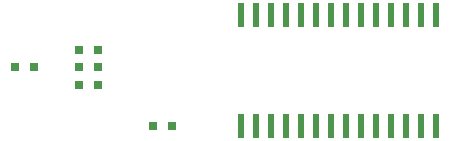
<source format=gbp>
G04 #@! TF.GenerationSoftware,KiCad,Pcbnew,(5.0.2)-1*
G04 #@! TF.CreationDate,2020-09-09T21:47:35+09:00*
G04 #@! TF.ProjectId,Tile,54696c65-2e6b-4696-9361-645f70636258,rev?*
G04 #@! TF.SameCoordinates,Original*
G04 #@! TF.FileFunction,Paste,Bot*
G04 #@! TF.FilePolarity,Positive*
%FSLAX46Y46*%
G04 Gerber Fmt 4.6, Leading zero omitted, Abs format (unit mm)*
G04 Created by KiCad (PCBNEW (5.0.2)-1) date 2020/09/09 21:47:35*
%MOMM*%
%LPD*%
G01*
G04 APERTURE LIST*
%ADD10R,0.600000X2.000000*%
%ADD11R,0.800000X0.800000*%
G04 APERTURE END LIST*
D10*
G04 #@! TO.C,U1*
X128745000Y-77300000D03*
X130015000Y-77300000D03*
X131285000Y-77300000D03*
X132555000Y-77300000D03*
X133825000Y-77300000D03*
X135095000Y-77300000D03*
X136365000Y-77300000D03*
X137635000Y-77300000D03*
X138905000Y-77300000D03*
X140175000Y-77300000D03*
X141445000Y-77300000D03*
X142715000Y-77300000D03*
X143985000Y-77300000D03*
X145255000Y-77300000D03*
X145255000Y-86700000D03*
X143985000Y-86700000D03*
X142715000Y-86700000D03*
X141445000Y-86700000D03*
X140175000Y-86700000D03*
X138905000Y-86700000D03*
X137635000Y-86700000D03*
X136365000Y-86700000D03*
X135095000Y-86700000D03*
X133825000Y-86700000D03*
X132555000Y-86700000D03*
X131285000Y-86700000D03*
X130015000Y-86700000D03*
X128745000Y-86700000D03*
G04 #@! TD*
D11*
G04 #@! TO.C,C1*
X122900000Y-86750000D03*
X121300000Y-86750000D03*
G04 #@! TD*
G04 #@! TO.C,D25*
X111240130Y-81746186D03*
X109640130Y-81746186D03*
G04 #@! TD*
G04 #@! TO.C,R1*
X115030130Y-83253186D03*
X116630130Y-83253186D03*
G04 #@! TD*
G04 #@! TO.C,R2*
X115030130Y-81753186D03*
X116630130Y-81753186D03*
G04 #@! TD*
G04 #@! TO.C,R3*
X116630130Y-80253186D03*
X115030130Y-80253186D03*
G04 #@! TD*
M02*

</source>
